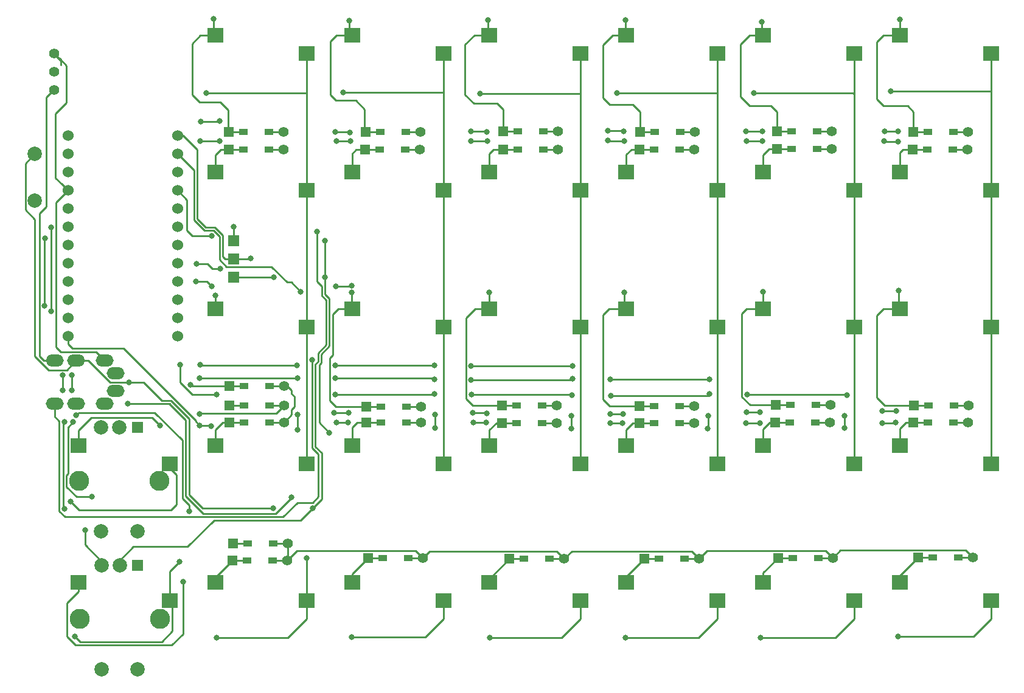
<source format=gbr>
G04 #@! TF.GenerationSoftware,KiCad,Pcbnew,(5.1.6-0-10_14)*
G04 #@! TF.CreationDate,2022-09-23T19:30:47+09:00*
G04 #@! TF.ProjectId,cool664,636f6f6c-3636-4342-9e6b-696361645f70,rev?*
G04 #@! TF.SameCoordinates,Original*
G04 #@! TF.FileFunction,Copper,L1,Top*
G04 #@! TF.FilePolarity,Positive*
%FSLAX46Y46*%
G04 Gerber Fmt 4.6, Leading zero omitted, Abs format (unit mm)*
G04 Created by KiCad (PCBNEW (5.1.6-0-10_14)) date 2022-09-23 19:30:47*
%MOMM*%
%LPD*%
G01*
G04 APERTURE LIST*
G04 #@! TA.AperFunction,ComponentPad*
%ADD10C,1.397000*%
G04 #@! TD*
G04 #@! TA.AperFunction,SMDPad,CuDef*
%ADD11R,1.524000X1.524000*%
G04 #@! TD*
G04 #@! TA.AperFunction,ComponentPad*
%ADD12C,2.000000*%
G04 #@! TD*
G04 #@! TA.AperFunction,ComponentPad*
%ADD13O,2.500000X1.700000*%
G04 #@! TD*
G04 #@! TA.AperFunction,ComponentPad*
%ADD14C,1.524000*%
G04 #@! TD*
G04 #@! TA.AperFunction,SMDPad,CuDef*
%ADD15R,1.300000X0.950000*%
G04 #@! TD*
G04 #@! TA.AperFunction,ComponentPad*
%ADD16R,1.397000X1.397000*%
G04 #@! TD*
G04 #@! TA.AperFunction,SMDPad,CuDef*
%ADD17R,2.300000X2.000000*%
G04 #@! TD*
G04 #@! TA.AperFunction,ComponentPad*
%ADD18C,2.800000*%
G04 #@! TD*
G04 #@! TA.AperFunction,ComponentPad*
%ADD19R,1.500000X1.500000*%
G04 #@! TD*
G04 #@! TA.AperFunction,ViaPad*
%ADD20C,0.800000*%
G04 #@! TD*
G04 #@! TA.AperFunction,Conductor*
%ADD21C,0.250000*%
G04 #@! TD*
G04 APERTURE END LIST*
D10*
X114420000Y-103410000D03*
X114420000Y-100870000D03*
X114420000Y-98330000D03*
D11*
X139410000Y-124410000D03*
X139410000Y-126950000D03*
X139410000Y-129490000D03*
D12*
X111740000Y-112350000D03*
X111740000Y-118850000D03*
D13*
X122990000Y-145350000D03*
X121490000Y-141150000D03*
X117490000Y-141150000D03*
X114490000Y-141150000D03*
X117490000Y-147100000D03*
X114490000Y-147100000D03*
X122990000Y-142900000D03*
X121490000Y-147100000D03*
D14*
X116371400Y-109822000D03*
X116371400Y-112362000D03*
X116371400Y-114902000D03*
X116371400Y-117442000D03*
X116371400Y-119982000D03*
X116371400Y-122522000D03*
X116371400Y-125062000D03*
X116371400Y-127602000D03*
X116371400Y-130142000D03*
X116371400Y-132682000D03*
X116371400Y-135222000D03*
X116371400Y-137762000D03*
X131591400Y-137762000D03*
X131591400Y-135222000D03*
X131591400Y-132682000D03*
X131591400Y-130142000D03*
X131591400Y-127602000D03*
X131591400Y-125062000D03*
X131591400Y-122522000D03*
X131591400Y-119982000D03*
X131591400Y-117442000D03*
X131591400Y-114902000D03*
X131591400Y-112362000D03*
X131591400Y-109822000D03*
D15*
X140775000Y-109250000D03*
D16*
X138740000Y-109250000D03*
D10*
X146360000Y-109250000D03*
D15*
X144325000Y-109250000D03*
X163355000Y-109250000D03*
D10*
X165390000Y-109250000D03*
D16*
X157770000Y-109250000D03*
D15*
X159805000Y-109250000D03*
X178965000Y-109160000D03*
D16*
X176930000Y-109160000D03*
D10*
X184550000Y-109160000D03*
D15*
X182515000Y-109160000D03*
X201515000Y-109250000D03*
D10*
X203550000Y-109250000D03*
D16*
X195930000Y-109250000D03*
D15*
X197965000Y-109250000D03*
X220595000Y-109230000D03*
D10*
X222630000Y-109230000D03*
D16*
X215010000Y-109230000D03*
D15*
X217045000Y-109230000D03*
X236045000Y-109250000D03*
D16*
X234010000Y-109250000D03*
D10*
X241630000Y-109250000D03*
D15*
X239595000Y-109250000D03*
X140795000Y-111750000D03*
D16*
X138760000Y-111750000D03*
D10*
X146380000Y-111750000D03*
D15*
X144345000Y-111750000D03*
X163245000Y-111770000D03*
D10*
X165280000Y-111770000D03*
D16*
X157660000Y-111770000D03*
D15*
X159695000Y-111770000D03*
X182525000Y-111730000D03*
D10*
X184560000Y-111730000D03*
D16*
X176940000Y-111730000D03*
D15*
X178975000Y-111730000D03*
X201455000Y-111730000D03*
D10*
X203490000Y-111730000D03*
D16*
X195870000Y-111730000D03*
D15*
X197905000Y-111730000D03*
X220615000Y-111640000D03*
D10*
X222650000Y-111640000D03*
D16*
X215030000Y-111640000D03*
D15*
X217065000Y-111640000D03*
X239485000Y-111740000D03*
D10*
X241520000Y-111740000D03*
D16*
X233900000Y-111740000D03*
D15*
X235935000Y-111740000D03*
X140885000Y-147380000D03*
D16*
X138850000Y-147380000D03*
D10*
X146470000Y-147380000D03*
D15*
X144435000Y-147380000D03*
X159905000Y-147550000D03*
D16*
X157870000Y-147550000D03*
D10*
X165490000Y-147550000D03*
D15*
X163455000Y-147550000D03*
X182335000Y-147410000D03*
D10*
X184370000Y-147410000D03*
D16*
X176750000Y-147410000D03*
D15*
X178785000Y-147410000D03*
X197905000Y-147490000D03*
D16*
X195870000Y-147490000D03*
D10*
X203490000Y-147490000D03*
D15*
X201455000Y-147490000D03*
X220465000Y-147340000D03*
D10*
X222500000Y-147340000D03*
D16*
X214880000Y-147340000D03*
D15*
X216915000Y-147340000D03*
X236125000Y-147390000D03*
D16*
X234090000Y-147390000D03*
D10*
X241710000Y-147390000D03*
D15*
X239675000Y-147390000D03*
X144375000Y-144640000D03*
D10*
X146410000Y-144640000D03*
D16*
X138790000Y-144640000D03*
D15*
X140825000Y-144640000D03*
X140835000Y-149750000D03*
D16*
X138800000Y-149750000D03*
D10*
X146420000Y-149750000D03*
D15*
X144385000Y-149750000D03*
X159905000Y-149730000D03*
D16*
X157870000Y-149730000D03*
D10*
X165490000Y-149730000D03*
D15*
X163455000Y-149730000D03*
X178785000Y-149820000D03*
D16*
X176750000Y-149820000D03*
D10*
X184370000Y-149820000D03*
D15*
X182335000Y-149820000D03*
X197885000Y-149840000D03*
D16*
X195850000Y-149840000D03*
D10*
X203470000Y-149840000D03*
D15*
X201435000Y-149840000D03*
X216815000Y-149770000D03*
D16*
X214780000Y-149770000D03*
D10*
X222400000Y-149770000D03*
D15*
X220365000Y-149770000D03*
X236055000Y-149760000D03*
D16*
X234020000Y-149760000D03*
D10*
X241640000Y-149760000D03*
D15*
X239605000Y-149760000D03*
X144895000Y-166580000D03*
D10*
X146930000Y-166580000D03*
D16*
X139310000Y-166580000D03*
D15*
X141345000Y-166580000D03*
X144845000Y-168940000D03*
D10*
X146880000Y-168940000D03*
D16*
X139260000Y-168940000D03*
D15*
X141295000Y-168940000D03*
X163725000Y-168600000D03*
D10*
X165760000Y-168600000D03*
D16*
X158140000Y-168600000D03*
D15*
X160175000Y-168600000D03*
X179835000Y-168750000D03*
D16*
X177800000Y-168750000D03*
D10*
X185420000Y-168750000D03*
D15*
X183385000Y-168750000D03*
X202145000Y-168700000D03*
D10*
X204180000Y-168700000D03*
D16*
X196560000Y-168700000D03*
D15*
X198595000Y-168700000D03*
X217195000Y-168600000D03*
D16*
X215160000Y-168600000D03*
D10*
X222780000Y-168600000D03*
D15*
X220745000Y-168600000D03*
X240235000Y-168550000D03*
D10*
X242270000Y-168550000D03*
D16*
X234650000Y-168550000D03*
D15*
X236685000Y-168550000D03*
D17*
X136880000Y-95820000D03*
X149580000Y-98360000D03*
X155930000Y-95820000D03*
X168630000Y-98360000D03*
X174980000Y-95820000D03*
X187680000Y-98360000D03*
X194030000Y-95820000D03*
X206730000Y-98360000D03*
X213080000Y-95820000D03*
X225780000Y-98360000D03*
X244830000Y-98360000D03*
X232130000Y-95820000D03*
X149580000Y-117410000D03*
X136880000Y-114870000D03*
X168630000Y-117410000D03*
X155930000Y-114870000D03*
X187680000Y-117410000D03*
X174980000Y-114870000D03*
X194030000Y-114870000D03*
X206730000Y-117410000D03*
X225780000Y-117410000D03*
X213080000Y-114870000D03*
X244830000Y-117410000D03*
X232130000Y-114870000D03*
X136880000Y-133920000D03*
X149580000Y-136460000D03*
X168630000Y-136460000D03*
X155930000Y-133920000D03*
X187680000Y-136460000D03*
X174980000Y-133920000D03*
X206730000Y-136460000D03*
X194030000Y-133920000D03*
X225780000Y-136460000D03*
X213080000Y-133920000D03*
X244830000Y-136460000D03*
X232130000Y-133920000D03*
X117830000Y-152970000D03*
X130530000Y-155510000D03*
X149580000Y-155510000D03*
X136880000Y-152970000D03*
X155930000Y-152970000D03*
X168630000Y-155510000D03*
X187680000Y-155510000D03*
X174980000Y-152970000D03*
X194030000Y-152970000D03*
X206730000Y-155510000D03*
X225780000Y-155510000D03*
X213080000Y-152970000D03*
X232130000Y-152970000D03*
X244830000Y-155510000D03*
X130530000Y-174560000D03*
X117830000Y-172020000D03*
X136880000Y-172020000D03*
X149580000Y-174560000D03*
X168630000Y-174560000D03*
X155930000Y-172020000D03*
X174980000Y-172020000D03*
X187680000Y-174560000D03*
X194030000Y-172020000D03*
X206730000Y-174560000D03*
X213080000Y-172020000D03*
X225780000Y-174560000D03*
X232130000Y-172020000D03*
X244830000Y-174560000D03*
D12*
X120990000Y-164920000D03*
X125990000Y-164920000D03*
D18*
X117890000Y-157920000D03*
X129090000Y-157920000D03*
D12*
X120990000Y-150420000D03*
X123490000Y-150420000D03*
D19*
X125990000Y-150420000D03*
X126060000Y-169630000D03*
D12*
X123560000Y-169630000D03*
X121060000Y-169630000D03*
D18*
X129160000Y-177130000D03*
X117960000Y-177130000D03*
D12*
X126060000Y-184130000D03*
X121060000Y-184130000D03*
D20*
X136630000Y-93565973D03*
X155490000Y-93770000D03*
X174770000Y-93690000D03*
X193970000Y-93690000D03*
X212900000Y-94000000D03*
X232150000Y-93630000D03*
X136880000Y-132050000D03*
X155830000Y-131670000D03*
X175000000Y-131610000D03*
X193730000Y-131640000D03*
X213040000Y-131530000D03*
X231940000Y-131360000D03*
X129160000Y-150180000D03*
X133365858Y-144544142D03*
X148280000Y-148670000D03*
X148280000Y-150780000D03*
X167430000Y-148670000D03*
X167430000Y-150510000D03*
X186380000Y-148830000D03*
X186380000Y-150610000D03*
X205420000Y-148850000D03*
X205360000Y-150565000D03*
X224430000Y-148800000D03*
X224430000Y-150495000D03*
X153530000Y-109280000D03*
X155600000Y-109330000D03*
X172460000Y-109200000D03*
X174640000Y-109300000D03*
X191510000Y-109100000D03*
X193710000Y-109160000D03*
X210720000Y-109240000D03*
X212970000Y-109210000D03*
X230000000Y-109180000D03*
X231850000Y-109210000D03*
X134855000Y-107810000D03*
X137480000Y-107780000D03*
X231840000Y-110610000D03*
X229930000Y-110580000D03*
X212990000Y-110560000D03*
X210780000Y-110560000D03*
X193740000Y-110530000D03*
X191520000Y-110500000D03*
X174720000Y-110560000D03*
X172470000Y-110540000D03*
X155640000Y-110590000D03*
X153750000Y-110590000D03*
X134790000Y-110540000D03*
X137450000Y-110540000D03*
X134640000Y-148540000D03*
X153400000Y-148390000D03*
X155420000Y-148390000D03*
X172710000Y-148420000D03*
X174670000Y-148480000D03*
X191830000Y-148610000D03*
X193590000Y-148580000D03*
X210760000Y-148290000D03*
X212630000Y-148290000D03*
X229690000Y-148170000D03*
X231600000Y-148170000D03*
X134710000Y-150180000D03*
X136305000Y-150280000D03*
X153740000Y-149740000D03*
X155355000Y-149740000D03*
X172740000Y-149720000D03*
X174520000Y-149720000D03*
X191800000Y-149800000D03*
X193520000Y-149800000D03*
X210710000Y-149840000D03*
X212610000Y-149880000D03*
X229680000Y-149830000D03*
X231555000Y-149770000D03*
X147420000Y-160200000D03*
X152735000Y-151170000D03*
X124650000Y-147130000D03*
X152090000Y-124400000D03*
X144990000Y-129510000D03*
X152120010Y-129499990D03*
X144920000Y-161710000D03*
X150400000Y-161670000D03*
X150990000Y-123170000D03*
X116880000Y-143120000D03*
X116880000Y-145230000D03*
X124884990Y-144174990D03*
X136369142Y-123800858D03*
X139410000Y-122500000D03*
X148740000Y-131515000D03*
X150320000Y-141020000D03*
X115630000Y-143155000D03*
X115610000Y-145260000D03*
X141740000Y-126910000D03*
X135580000Y-103840000D03*
X137070000Y-179750000D03*
X149590000Y-168630000D03*
X154630000Y-103810000D03*
X134220000Y-127620000D03*
X137550000Y-128310000D03*
X155850000Y-179680000D03*
X173680000Y-103950000D03*
X134180000Y-130140000D03*
X136330000Y-130790000D03*
X153610000Y-130790000D03*
X155795929Y-130670579D03*
X175070000Y-179740000D03*
X192730000Y-103890000D03*
X134750000Y-141710000D03*
X148250000Y-141790000D03*
X153515000Y-141790000D03*
X167340000Y-141790000D03*
X172455000Y-141850000D03*
X186610000Y-141880000D03*
X193900000Y-179750000D03*
X211780000Y-103890000D03*
X134700000Y-143540000D03*
X148290000Y-143600000D03*
X153515000Y-143560000D03*
X167350000Y-143730000D03*
X172455000Y-143860000D03*
X186590000Y-143670000D03*
X191830000Y-143740000D03*
X205630000Y-143740000D03*
X212770000Y-179750000D03*
X230830000Y-103650000D03*
X153515000Y-145870000D03*
X167340000Y-145810000D03*
X172490000Y-145870000D03*
X186520000Y-145950000D03*
X191930000Y-146040000D03*
X205590000Y-145790000D03*
X210870000Y-145840000D03*
X224720000Y-145940000D03*
X131970000Y-141740000D03*
X137040000Y-145820000D03*
X231890000Y-179560000D03*
X116680000Y-160720000D03*
X117290000Y-179570000D03*
X131880000Y-169110000D03*
X113970000Y-134220000D03*
X113990000Y-122580000D03*
X113115000Y-133510000D03*
X113170000Y-124100000D03*
X117520000Y-148770000D03*
X133260000Y-162130000D03*
X132350000Y-171970000D03*
X115875010Y-149649003D03*
X115875010Y-161770000D03*
X119700000Y-160120000D03*
X117068779Y-149662414D03*
X118740000Y-164770000D03*
D21*
X138740000Y-109250000D02*
X140775000Y-109250000D01*
X138640000Y-106250000D02*
X138640000Y-109150000D01*
X137540000Y-105150000D02*
X138640000Y-106250000D01*
X133610000Y-97000000D02*
X133610000Y-104090000D01*
X133610000Y-104090000D02*
X134670000Y-105150000D01*
X138640000Y-109150000D02*
X138740000Y-109250000D01*
X134670000Y-105150000D02*
X137540000Y-105150000D01*
X134790000Y-95820000D02*
X133610000Y-97000000D01*
X136880000Y-95820000D02*
X134790000Y-95820000D01*
X136630000Y-95570000D02*
X136880000Y-95820000D01*
X136630000Y-93565973D02*
X136630000Y-95570000D01*
X157770000Y-109250000D02*
X159805000Y-109250000D01*
X155930000Y-95820000D02*
X153730000Y-95820000D01*
X153730000Y-95820000D02*
X152900000Y-96650000D01*
X152900000Y-96650000D02*
X152900000Y-104130000D01*
X152900000Y-104130000D02*
X153670000Y-104900000D01*
X153670000Y-104900000D02*
X156400000Y-104900000D01*
X156400000Y-104900000D02*
X157650000Y-106150000D01*
X157650000Y-109130000D02*
X157770000Y-109250000D01*
X157650000Y-106150000D02*
X157650000Y-109130000D01*
X155490000Y-95380000D02*
X155930000Y-95820000D01*
X155490000Y-93770000D02*
X155490000Y-95380000D01*
X174980000Y-95820000D02*
X172920000Y-95820000D01*
X172920000Y-95820000D02*
X171610000Y-97130000D01*
X171610000Y-97130000D02*
X171610000Y-104100000D01*
X171610000Y-104100000D02*
X172850000Y-105340000D01*
X172850000Y-105340000D02*
X176080000Y-105340000D01*
X176930000Y-106190000D02*
X176930000Y-109160000D01*
X176080000Y-105340000D02*
X176930000Y-106190000D01*
X174770000Y-95610000D02*
X174980000Y-95820000D01*
X174770000Y-93690000D02*
X174770000Y-95610000D01*
X178965000Y-109160000D02*
X176930000Y-109160000D01*
X195930000Y-106480000D02*
X195930000Y-109250000D01*
X194940000Y-105490000D02*
X195930000Y-106480000D01*
X190760000Y-104530000D02*
X191720000Y-105490000D01*
X192140000Y-95820000D02*
X190760000Y-97200000D01*
X191720000Y-105490000D02*
X194940000Y-105490000D01*
X190760000Y-97200000D02*
X190760000Y-104530000D01*
X194030000Y-95820000D02*
X192140000Y-95820000D01*
X193970000Y-95760000D02*
X194030000Y-95820000D01*
X193970000Y-93690000D02*
X193970000Y-95760000D01*
X197965000Y-109250000D02*
X195930000Y-109250000D01*
X214160000Y-105620000D02*
X215010000Y-106470000D01*
X211190000Y-105620000D02*
X214160000Y-105620000D01*
X211210000Y-95820000D02*
X209940000Y-97090000D01*
X209940000Y-104370000D02*
X211190000Y-105620000D01*
X209940000Y-97090000D02*
X209940000Y-104370000D01*
X215010000Y-106470000D02*
X215010000Y-109230000D01*
X213080000Y-95820000D02*
X211210000Y-95820000D01*
X212900000Y-95640000D02*
X213080000Y-95820000D01*
X212900000Y-94000000D02*
X212900000Y-95640000D01*
X217045000Y-109230000D02*
X215010000Y-109230000D01*
X232130000Y-95820000D02*
X229840000Y-95820000D01*
X229840000Y-95820000D02*
X228890000Y-96770000D01*
X228890000Y-96770000D02*
X228890000Y-104750000D01*
X228890000Y-104750000D02*
X229820000Y-105680000D01*
X229820000Y-105680000D02*
X233200000Y-105680000D01*
X234010000Y-106490000D02*
X234010000Y-109250000D01*
X233200000Y-105680000D02*
X234010000Y-106490000D01*
X232130000Y-93650000D02*
X232150000Y-93630000D01*
X232130000Y-95820000D02*
X232130000Y-93650000D01*
X234010000Y-109250000D02*
X236045000Y-109250000D01*
X138760000Y-111750000D02*
X140795000Y-111750000D01*
X138760000Y-111750000D02*
X137590000Y-111750000D01*
X136880000Y-112460000D02*
X136880000Y-114870000D01*
X137590000Y-111750000D02*
X136880000Y-112460000D01*
X159695000Y-111770000D02*
X157660000Y-111770000D01*
X157660000Y-111770000D02*
X156450000Y-111770000D01*
X155930000Y-112290000D02*
X155930000Y-114870000D01*
X156450000Y-111770000D02*
X155930000Y-112290000D01*
X176940000Y-111730000D02*
X178975000Y-111730000D01*
X176940000Y-111730000D02*
X175580000Y-111730000D01*
X174980000Y-112330000D02*
X174980000Y-114870000D01*
X175580000Y-111730000D02*
X174980000Y-112330000D01*
X195870000Y-111730000D02*
X197905000Y-111730000D01*
X194030000Y-114870000D02*
X194030000Y-112450000D01*
X194750000Y-111730000D02*
X195870000Y-111730000D01*
X194030000Y-112450000D02*
X194750000Y-111730000D01*
X215030000Y-111640000D02*
X217065000Y-111640000D01*
X213080000Y-114870000D02*
X213080000Y-112490000D01*
X213930000Y-111640000D02*
X215030000Y-111640000D01*
X213080000Y-112490000D02*
X213930000Y-111640000D01*
X235935000Y-111740000D02*
X233900000Y-111740000D01*
X232130000Y-114870000D02*
X232130000Y-112150000D01*
X232540000Y-111740000D02*
X233900000Y-111740000D01*
X232130000Y-112150000D02*
X232540000Y-111740000D01*
X138850000Y-147380000D02*
X140885000Y-147380000D01*
X136880000Y-133920000D02*
X136880000Y-132050000D01*
X157870000Y-147550000D02*
X159905000Y-147550000D01*
X155830000Y-133820000D02*
X155930000Y-133920000D01*
X155830000Y-131670000D02*
X155830000Y-133820000D01*
X154000000Y-133920000D02*
X155930000Y-133920000D01*
X152790000Y-140760000D02*
X153205000Y-140345000D01*
X153205000Y-140345000D02*
X153205000Y-134715000D01*
X152790000Y-146730000D02*
X152790000Y-140760000D01*
X153610000Y-147550000D02*
X152790000Y-146730000D01*
X153205000Y-134715000D02*
X154000000Y-133920000D01*
X157870000Y-147550000D02*
X153610000Y-147550000D01*
X176750000Y-147410000D02*
X178785000Y-147410000D01*
X174980000Y-131630000D02*
X175000000Y-131610000D01*
X174980000Y-133920000D02*
X174980000Y-131630000D01*
X174980000Y-133920000D02*
X172990000Y-133920000D01*
X172990000Y-133920000D02*
X171730000Y-135180000D01*
X171730000Y-135180000D02*
X171730000Y-146450000D01*
X172690000Y-147410000D02*
X176750000Y-147410000D01*
X171730000Y-146450000D02*
X172690000Y-147410000D01*
X197905000Y-147490000D02*
X195870000Y-147490000D01*
X193730000Y-133620000D02*
X194030000Y-133920000D01*
X193730000Y-131640000D02*
X193730000Y-133620000D01*
X191650000Y-133920000D02*
X190780000Y-134790000D01*
X194030000Y-133920000D02*
X191650000Y-133920000D01*
X191700000Y-147470000D02*
X190780000Y-146550000D01*
X191700000Y-147490000D02*
X191700000Y-147470000D01*
X190780000Y-134790000D02*
X190780000Y-146550000D01*
X191700000Y-147490000D02*
X195870000Y-147490000D01*
X214880000Y-147340000D02*
X216915000Y-147340000D01*
X213080000Y-131570000D02*
X213040000Y-131530000D01*
X213080000Y-133920000D02*
X213080000Y-131570000D01*
X213080000Y-133920000D02*
X210800000Y-133920000D01*
X210800000Y-133920000D02*
X210140000Y-134580000D01*
X210140000Y-134580000D02*
X210140000Y-146160000D01*
X211320000Y-147340000D02*
X214880000Y-147340000D01*
X210140000Y-146160000D02*
X211320000Y-147340000D01*
X234090000Y-147390000D02*
X236125000Y-147390000D01*
X231940000Y-133730000D02*
X232130000Y-133920000D01*
X231940000Y-131360000D02*
X231940000Y-133730000D01*
X232130000Y-133920000D02*
X229820000Y-133920000D01*
X229820000Y-133920000D02*
X228860000Y-134880000D01*
X228860000Y-134880000D02*
X228860000Y-146250000D01*
X230000000Y-147390000D02*
X234090000Y-147390000D01*
X228860000Y-146250000D02*
X230000000Y-147390000D01*
X117820000Y-152960000D02*
X117830000Y-152970000D01*
X117820000Y-150830000D02*
X117820000Y-152960000D01*
X128074999Y-149094999D02*
X129160000Y-150180000D01*
X119555001Y-149094999D02*
X128074999Y-149094999D01*
X117820000Y-150830000D02*
X119555001Y-149094999D01*
X138790000Y-144640000D02*
X140825000Y-144640000D01*
X133461716Y-144640000D02*
X133365858Y-144544142D01*
X138790000Y-144640000D02*
X133461716Y-144640000D01*
X140835000Y-149750000D02*
X138800000Y-149750000D01*
X136880000Y-152970000D02*
X136880000Y-150790000D01*
X137920000Y-149750000D02*
X138800000Y-149750000D01*
X136880000Y-150790000D02*
X137920000Y-149750000D01*
X148280000Y-148670000D02*
X148280000Y-150780000D01*
X159905000Y-149730000D02*
X157870000Y-149730000D01*
X155930000Y-152970000D02*
X155930000Y-150390000D01*
X156590000Y-149730000D02*
X157870000Y-149730000D01*
X155930000Y-150390000D02*
X156590000Y-149730000D01*
X167430000Y-148670000D02*
X167430000Y-150510000D01*
X178785000Y-149820000D02*
X176750000Y-149820000D01*
X174980000Y-152970000D02*
X174980000Y-150790000D01*
X175950000Y-149820000D02*
X176750000Y-149820000D01*
X174980000Y-150790000D02*
X175950000Y-149820000D01*
X186380000Y-148830000D02*
X186380000Y-150610000D01*
X195850000Y-149840000D02*
X197885000Y-149840000D01*
X194030000Y-152970000D02*
X194030000Y-150750000D01*
X194940000Y-149840000D02*
X195850000Y-149840000D01*
X194030000Y-150750000D02*
X194940000Y-149840000D01*
X205420000Y-150505000D02*
X205360000Y-150565000D01*
X205420000Y-148850000D02*
X205420000Y-150505000D01*
X216815000Y-149770000D02*
X214780000Y-149770000D01*
X213080000Y-152970000D02*
X213080000Y-150680000D01*
X213990000Y-149770000D02*
X214780000Y-149770000D01*
X213080000Y-150680000D02*
X213990000Y-149770000D01*
X224430000Y-148800000D02*
X224430000Y-150495000D01*
X236055000Y-149760000D02*
X234020000Y-149760000D01*
X234020000Y-149760000D02*
X232980000Y-149760000D01*
X232130000Y-150610000D02*
X232130000Y-152970000D01*
X232980000Y-149760000D02*
X232130000Y-150610000D01*
X144325000Y-109250000D02*
X146360000Y-109250000D01*
X163355000Y-109250000D02*
X165390000Y-109250000D01*
X239595000Y-109250000D02*
X241630000Y-109250000D01*
X220595000Y-109230000D02*
X222630000Y-109230000D01*
X203550000Y-109250000D02*
X201515000Y-109250000D01*
X184550000Y-109160000D02*
X182515000Y-109160000D01*
X155550000Y-109280000D02*
X155600000Y-109330000D01*
X153530000Y-109280000D02*
X155550000Y-109280000D01*
X174540000Y-109200000D02*
X174640000Y-109300000D01*
X172460000Y-109200000D02*
X174540000Y-109200000D01*
X193650000Y-109100000D02*
X193710000Y-109160000D01*
X191510000Y-109100000D02*
X193650000Y-109100000D01*
X212940000Y-109240000D02*
X212970000Y-109210000D01*
X210720000Y-109240000D02*
X212940000Y-109240000D01*
X231820000Y-109180000D02*
X231850000Y-109210000D01*
X230000000Y-109180000D02*
X231820000Y-109180000D01*
X137450000Y-107810000D02*
X137480000Y-107780000D01*
X134855000Y-107810000D02*
X137450000Y-107810000D01*
X144345000Y-111750000D02*
X146380000Y-111750000D01*
X163245000Y-111770000D02*
X165280000Y-111770000D01*
X241520000Y-111740000D02*
X239485000Y-111740000D01*
X222650000Y-111640000D02*
X220615000Y-111640000D01*
X201455000Y-111730000D02*
X203490000Y-111730000D01*
X182525000Y-111730000D02*
X184560000Y-111730000D01*
X229960000Y-110610000D02*
X229930000Y-110580000D01*
X231840000Y-110610000D02*
X229960000Y-110610000D01*
X212990000Y-110560000D02*
X210780000Y-110560000D01*
X191550000Y-110530000D02*
X191520000Y-110500000D01*
X193740000Y-110530000D02*
X191550000Y-110530000D01*
X172490000Y-110560000D02*
X172470000Y-110540000D01*
X174720000Y-110560000D02*
X172490000Y-110560000D01*
X155640000Y-110590000D02*
X153750000Y-110590000D01*
X134790000Y-110540000D02*
X137450000Y-110540000D01*
X239675000Y-147390000D02*
X241710000Y-147390000D01*
X220465000Y-147340000D02*
X222500000Y-147340000D01*
X203490000Y-147490000D02*
X201455000Y-147490000D01*
X184370000Y-147410000D02*
X182335000Y-147410000D01*
X165490000Y-147550000D02*
X163455000Y-147550000D01*
X144435000Y-147380000D02*
X146470000Y-147380000D01*
X153400000Y-148390000D02*
X155420000Y-148390000D01*
X174610000Y-148420000D02*
X174670000Y-148480000D01*
X172710000Y-148420000D02*
X174610000Y-148420000D01*
X193560000Y-148610000D02*
X193590000Y-148580000D01*
X191830000Y-148610000D02*
X193560000Y-148610000D01*
X210760000Y-148290000D02*
X212630000Y-148290000D01*
X229690000Y-148170000D02*
X231600000Y-148170000D01*
X134690000Y-148490000D02*
X134640000Y-148540000D01*
X145360000Y-148490000D02*
X136730000Y-148490000D01*
X146470000Y-147380000D02*
X145360000Y-148490000D01*
X136730000Y-148490000D02*
X134690000Y-148490000D01*
X137140000Y-148490000D02*
X136730000Y-148490000D01*
X241640000Y-149760000D02*
X239605000Y-149760000D01*
X222400000Y-149770000D02*
X220365000Y-149770000D01*
X201435000Y-149840000D02*
X203470000Y-149840000D01*
X182335000Y-149820000D02*
X184370000Y-149820000D01*
X163455000Y-149730000D02*
X165490000Y-149730000D01*
X146420000Y-149750000D02*
X144385000Y-149750000D01*
X136205000Y-150180000D02*
X136305000Y-150280000D01*
X134710000Y-150180000D02*
X136205000Y-150180000D01*
X153740000Y-149740000D02*
X155355000Y-149740000D01*
X172740000Y-149720000D02*
X174520000Y-149720000D01*
X191800000Y-149800000D02*
X193520000Y-149800000D01*
X212570000Y-149840000D02*
X212610000Y-149880000D01*
X210710000Y-149840000D02*
X212570000Y-149840000D01*
X231495000Y-149830000D02*
X231555000Y-149770000D01*
X229680000Y-149830000D02*
X231495000Y-149830000D01*
X146410000Y-144640000D02*
X144375000Y-144640000D01*
X147493501Y-145746499D02*
X147493501Y-145283501D01*
X147880000Y-146132998D02*
X147493501Y-145746499D01*
X147493501Y-145283501D02*
X146850000Y-144640000D01*
X147880000Y-147560000D02*
X147880000Y-146132998D01*
X146420000Y-149750000D02*
X147493501Y-148676499D01*
X147493501Y-147946499D02*
X147880000Y-147560000D01*
X146850000Y-144640000D02*
X146410000Y-144640000D01*
X147493501Y-148676499D02*
X147493501Y-147946499D01*
X116371400Y-138839630D02*
X116371400Y-137762000D01*
X124062830Y-139450010D02*
X116981780Y-139450010D01*
X134150000Y-149537180D02*
X124062830Y-139450010D01*
X116981780Y-139450010D02*
X116371400Y-138839630D01*
X134150000Y-149620000D02*
X134150000Y-149537180D01*
X134710000Y-150180000D02*
X134150000Y-149620000D01*
X121414990Y-141225010D02*
X121490000Y-141150000D01*
X114360000Y-98350000D02*
X115383501Y-99373501D01*
X120240020Y-139900020D02*
X121490000Y-141150000D01*
X130470000Y-147130000D02*
X130695000Y-147355000D01*
X124650000Y-147130000D02*
X130470000Y-147130000D01*
X130490000Y-147150000D02*
X130695000Y-147355000D01*
X115263300Y-118526700D02*
X114715000Y-119075000D01*
X115286700Y-118526700D02*
X115263300Y-118526700D01*
X115286700Y-118526700D02*
X116371400Y-117442000D01*
X119149980Y-139900020D02*
X115330020Y-139900020D01*
X116795380Y-139900020D02*
X119149980Y-139900020D01*
X119149980Y-139900020D02*
X120240020Y-139900020D01*
X114715000Y-139285000D02*
X114715000Y-138535000D01*
X115330020Y-139900020D02*
X114715000Y-139285000D01*
X114715000Y-138535000D02*
X114715000Y-119075000D01*
X114715000Y-139005000D02*
X114715000Y-138535000D01*
X152740000Y-132510000D02*
X152120010Y-131890010D01*
X151590000Y-140250000D02*
X152740000Y-139100000D01*
X151350000Y-141699412D02*
X151590000Y-141459412D01*
X152740000Y-139100000D02*
X152740000Y-132510000D01*
X151590000Y-141459412D02*
X151590000Y-140250000D01*
X151350000Y-149785000D02*
X151350000Y-141699412D01*
X152735000Y-151170000D02*
X151350000Y-149785000D01*
X115383501Y-99293501D02*
X115383501Y-99946499D01*
X115383501Y-99373501D02*
X115383501Y-99946499D01*
X145268001Y-162435001D02*
X147420000Y-160283002D01*
X147420000Y-160283002D02*
X147420000Y-160200000D01*
X135205001Y-162435001D02*
X145268001Y-162435001D01*
X132749991Y-159979991D02*
X135205001Y-162435001D01*
X132749990Y-149409990D02*
X132749991Y-159979991D01*
X130695000Y-147355000D02*
X132749990Y-149409990D01*
X152120010Y-130603600D02*
X152120010Y-131890010D01*
X152120010Y-124430010D02*
X152090000Y-124400000D01*
X144970000Y-129490000D02*
X144990000Y-129510000D01*
X139410000Y-129490000D02*
X144970000Y-129490000D01*
X152120010Y-129499990D02*
X152120010Y-124430010D01*
X152120010Y-131890010D02*
X152120010Y-129499990D01*
X114420000Y-98330000D02*
X115250000Y-99160000D01*
X115250000Y-99160000D02*
X115383501Y-99293501D01*
X114640000Y-106750000D02*
X114640000Y-115710600D01*
X116150000Y-100060000D02*
X116150000Y-105240000D01*
X114640000Y-115710600D02*
X115519700Y-116590300D01*
X115519700Y-116590300D02*
X116371400Y-117442000D01*
X115284399Y-116354999D02*
X115519700Y-116590300D01*
X116150000Y-105240000D02*
X114640000Y-106750000D01*
X115250000Y-99160000D02*
X116150000Y-100060000D01*
X139420000Y-124420000D02*
X139410000Y-124430000D01*
X131812000Y-117442000D02*
X131591400Y-117442000D01*
X132920000Y-118770600D02*
X131591400Y-117442000D01*
X116880000Y-143120000D02*
X116880000Y-145230000D01*
X117490000Y-141150000D02*
X119178285Y-141150000D01*
X119178285Y-141150000D02*
X122203275Y-144174990D01*
X122203275Y-144174990D02*
X123164990Y-144174990D01*
X124884990Y-144174990D02*
X123164990Y-144174990D01*
X116210000Y-142430000D02*
X117490000Y-141150000D01*
X111764999Y-121435001D02*
X111764999Y-140561409D01*
X110414999Y-113675001D02*
X110414999Y-120085001D01*
X111764999Y-140561409D02*
X113633590Y-142430000D01*
X113633590Y-142430000D02*
X116210000Y-142430000D01*
X110414999Y-120085001D02*
X111764999Y-121435001D01*
X111740000Y-112350000D02*
X110414999Y-113675001D01*
X132950000Y-148973590D02*
X133200000Y-149223590D01*
X130656400Y-146679990D02*
X129389990Y-146679990D01*
X133200000Y-149223590D02*
X130656400Y-146679990D01*
X126884990Y-144174990D02*
X126585010Y-144174990D01*
X129389990Y-146679990D02*
X126884990Y-144174990D01*
X126585010Y-144174990D02*
X124884990Y-144174990D01*
X151660010Y-160409990D02*
X150400000Y-161670000D01*
X150990000Y-123170000D02*
X150990000Y-130110000D01*
X151670001Y-130790001D02*
X151670001Y-132076411D01*
X151660010Y-154003600D02*
X151660010Y-160409990D01*
X150770010Y-141642992D02*
X150770010Y-153113600D01*
X151139991Y-141273011D02*
X150770010Y-141642992D01*
X151139991Y-140063599D02*
X151139991Y-141273011D01*
X151670001Y-132076411D02*
X152289990Y-132696400D01*
X152289990Y-132696400D02*
X152289990Y-138913600D01*
X152289990Y-138913600D02*
X151139991Y-140063599D01*
X150990000Y-130110000D02*
X151670001Y-130790001D01*
X150770010Y-153113600D02*
X151660010Y-154003600D01*
X138940000Y-161710000D02*
X144920000Y-161710000D01*
X135116410Y-161710000D02*
X138940000Y-161710000D01*
X133200000Y-159793590D02*
X135116410Y-161710000D01*
X133200000Y-149223590D02*
X133200000Y-159793590D01*
X133690858Y-123800858D02*
X132920000Y-123030000D01*
X132920000Y-123030000D02*
X132920000Y-118770600D01*
X136369142Y-123800858D02*
X133690858Y-123800858D01*
X139410000Y-124410000D02*
X139410000Y-122500000D01*
X123560000Y-169630000D02*
X123560000Y-168950000D01*
X123560000Y-168950000D02*
X125460000Y-167050000D01*
X125460000Y-167050000D02*
X133010000Y-167050000D01*
X133010000Y-167050000D02*
X136670000Y-163390000D01*
X148719990Y-163350010D02*
X150400000Y-161670000D01*
X145389990Y-163350010D02*
X148719990Y-163350010D01*
X145350000Y-163390000D02*
X145389990Y-163350010D01*
X136670000Y-163390000D02*
X145350000Y-163390000D01*
X115630000Y-145240000D02*
X115610000Y-145260000D01*
X115630000Y-143155000D02*
X115630000Y-145240000D01*
X112390000Y-120630000D02*
X113336499Y-119683501D01*
X112390000Y-140550000D02*
X112390000Y-120630000D01*
X112990000Y-141150000D02*
X112390000Y-140550000D01*
X113336499Y-104453501D02*
X114360000Y-103430000D01*
X114490000Y-141150000D02*
X112990000Y-141150000D01*
X113336499Y-104493501D02*
X113336499Y-104706499D01*
X114420000Y-103410000D02*
X113336499Y-104493501D01*
X113336499Y-104706499D02*
X113336499Y-104453501D01*
X113336499Y-119683501D02*
X113336499Y-104706499D01*
X147455000Y-130230000D02*
X148740000Y-131515000D01*
X137419991Y-127088993D02*
X138387999Y-128057001D01*
X144667001Y-128057001D02*
X146840000Y-130230000D01*
X137419990Y-123826400D02*
X137419991Y-127088993D01*
X135343600Y-123020010D02*
X136613600Y-123020010D01*
X133885001Y-121561411D02*
X135343600Y-123020010D01*
X146840000Y-130230000D02*
X147455000Y-130230000D01*
X138387999Y-128057001D02*
X144667001Y-128057001D01*
X136613600Y-123020010D02*
X137419990Y-123826400D01*
X133885000Y-114655600D02*
X133885001Y-121561411D01*
X131591400Y-112362000D02*
X133885000Y-114655600D01*
X150320000Y-153300000D02*
X150320000Y-141020000D01*
X151210000Y-154190000D02*
X150320000Y-153300000D01*
X146290000Y-162900000D02*
X148270000Y-160920000D01*
X115150010Y-162120010D02*
X115930000Y-162900000D01*
X151210000Y-160120000D02*
X151210000Y-154190000D01*
X115930000Y-162900000D02*
X146290000Y-162900000D01*
X150410000Y-160920000D02*
X151210000Y-160120000D01*
X115150010Y-149584311D02*
X115150010Y-162120010D01*
X114490000Y-148924301D02*
X115150010Y-149584311D01*
X148270000Y-160920000D02*
X150410000Y-160920000D01*
X114490000Y-147100000D02*
X114490000Y-148924301D01*
X141680000Y-126970000D02*
X141740000Y-126910000D01*
X139410000Y-126970000D02*
X141680000Y-126970000D01*
X132392000Y-109822000D02*
X131591400Y-109822000D01*
X134335010Y-111765010D02*
X132392000Y-109822000D01*
X134335010Y-121375010D02*
X134335010Y-111765010D01*
X135530000Y-122570000D02*
X134335010Y-121375010D01*
X139410000Y-126970000D02*
X138230000Y-126970000D01*
X137870000Y-126610000D02*
X137870000Y-123640000D01*
X136800000Y-122570000D02*
X135530000Y-122570000D01*
X138230000Y-126970000D02*
X137870000Y-126610000D01*
X137870000Y-123640000D02*
X136800000Y-122570000D01*
X149580000Y-117410000D02*
X149580000Y-136460000D01*
X149580000Y-136460000D02*
X149580000Y-155510000D01*
X135580000Y-103840000D02*
X149560000Y-103840000D01*
X149560000Y-103840000D02*
X149580000Y-103820000D01*
X149580000Y-103820000D02*
X149580000Y-117410000D01*
X149580000Y-98360000D02*
X149580000Y-103820000D01*
X146937002Y-179750000D02*
X149580000Y-177107002D01*
X149580000Y-177107002D02*
X149580000Y-174560000D01*
X137070000Y-179750000D02*
X146937002Y-179750000D01*
X149580000Y-168640000D02*
X149590000Y-168630000D01*
X149580000Y-174560000D02*
X149580000Y-168640000D01*
X168630000Y-117410000D02*
X168630000Y-136460000D01*
X168630000Y-136460000D02*
X168630000Y-155510000D01*
X168590000Y-103810000D02*
X168630000Y-103770000D01*
X168630000Y-103770000D02*
X168630000Y-117410000D01*
X154630000Y-103810000D02*
X168590000Y-103810000D01*
X168630000Y-98360000D02*
X168630000Y-103770000D01*
X135730000Y-127620000D02*
X136440000Y-128330000D01*
X134220000Y-127620000D02*
X135730000Y-127620000D01*
X137530000Y-128330000D02*
X137550000Y-128310000D01*
X136440000Y-128330000D02*
X137530000Y-128330000D01*
X168630000Y-177107002D02*
X168630000Y-174560000D01*
X166057002Y-179680000D02*
X168630000Y-177107002D01*
X155850000Y-179680000D02*
X166057002Y-179680000D01*
X187680000Y-117410000D02*
X187680000Y-136460000D01*
X187680000Y-136460000D02*
X187680000Y-155510000D01*
X173680000Y-103950000D02*
X187610000Y-103950000D01*
X187610000Y-103950000D02*
X187680000Y-103880000D01*
X187680000Y-103880000D02*
X187680000Y-117410000D01*
X187680000Y-98360000D02*
X187680000Y-103880000D01*
X134180000Y-130140000D02*
X135670000Y-130140000D01*
X136320000Y-130790000D02*
X136330000Y-130790000D01*
X135670000Y-130140000D02*
X136320000Y-130790000D01*
X155676508Y-130790000D02*
X155795929Y-130670579D01*
X153610000Y-130790000D02*
X155676508Y-130790000D01*
X187680000Y-177107002D02*
X187680000Y-174560000D01*
X185047002Y-179740000D02*
X187680000Y-177107002D01*
X175070000Y-179740000D02*
X185047002Y-179740000D01*
X206730000Y-117410000D02*
X206730000Y-136460000D01*
X206730000Y-136460000D02*
X206730000Y-155510000D01*
X206720000Y-103890000D02*
X206730000Y-103900000D01*
X192730000Y-103890000D02*
X206720000Y-103890000D01*
X206730000Y-103900000D02*
X206730000Y-117410000D01*
X206730000Y-98360000D02*
X206730000Y-103900000D01*
X148170000Y-141710000D02*
X148250000Y-141790000D01*
X153515000Y-141790000D02*
X167340000Y-141790000D01*
X186580000Y-141850000D02*
X186610000Y-141880000D01*
X172455000Y-141850000D02*
X186580000Y-141850000D01*
X134830000Y-141790000D02*
X134750000Y-141710000D01*
X148250000Y-141790000D02*
X134830000Y-141790000D01*
X206730000Y-177107002D02*
X206730000Y-174560000D01*
X204087002Y-179750000D02*
X206730000Y-177107002D01*
X193900000Y-179750000D02*
X204087002Y-179750000D01*
X225780000Y-155510000D02*
X225780000Y-136460000D01*
X225780000Y-136460000D02*
X225780000Y-117410000D01*
X225600000Y-103890000D02*
X225780000Y-104070000D01*
X211780000Y-103890000D02*
X225600000Y-103890000D01*
X225780000Y-104070000D02*
X225780000Y-98360000D01*
X225780000Y-117410000D02*
X225780000Y-104070000D01*
X148230000Y-143540000D02*
X148290000Y-143600000D01*
X134700000Y-143540000D02*
X148230000Y-143540000D01*
X167180000Y-143560000D02*
X167350000Y-143730000D01*
X153515000Y-143560000D02*
X167180000Y-143560000D01*
X186400000Y-143860000D02*
X186590000Y-143670000D01*
X172455000Y-143860000D02*
X186400000Y-143860000D01*
X191830000Y-143740000D02*
X205630000Y-143740000D01*
X225780000Y-177107002D02*
X225780000Y-174560000D01*
X223137002Y-179750000D02*
X225780000Y-177107002D01*
X212770000Y-179750000D02*
X223137002Y-179750000D01*
X244830000Y-117410000D02*
X244830000Y-136460000D01*
X244830000Y-136460000D02*
X244830000Y-155510000D01*
X244740000Y-103650000D02*
X244830000Y-103560000D01*
X230830000Y-103650000D02*
X244740000Y-103650000D01*
X244830000Y-103560000D02*
X244830000Y-117410000D01*
X244830000Y-98360000D02*
X244830000Y-103560000D01*
X167280000Y-145870000D02*
X167340000Y-145810000D01*
X153515000Y-145870000D02*
X167280000Y-145870000D01*
X186440000Y-145870000D02*
X186520000Y-145950000D01*
X172490000Y-145870000D02*
X186440000Y-145870000D01*
X205340000Y-146040000D02*
X205590000Y-145790000D01*
X191930000Y-146040000D02*
X205340000Y-146040000D01*
X224620000Y-145840000D02*
X224720000Y-145940000D01*
X210870000Y-145840000D02*
X224620000Y-145840000D01*
X131970000Y-144173590D02*
X131970000Y-141740000D01*
X133626410Y-145830000D02*
X131970000Y-144173590D01*
X134470000Y-145820000D02*
X134460000Y-145830000D01*
X137040000Y-145820000D02*
X134470000Y-145820000D01*
X134460000Y-145830000D02*
X133626410Y-145830000D01*
X134730000Y-145830000D02*
X134460000Y-145830000D01*
X244830000Y-177107002D02*
X244830000Y-174560000D01*
X242377002Y-179560000D02*
X244830000Y-177107002D01*
X231890000Y-179560000D02*
X242377002Y-179560000D01*
X131460000Y-157050000D02*
X130530000Y-156120000D01*
X117870000Y-161910000D02*
X130710000Y-161910000D01*
X131460000Y-161160000D02*
X131460000Y-157050000D01*
X130710000Y-161910000D02*
X131460000Y-161160000D01*
X130530000Y-156120000D02*
X130530000Y-155510000D01*
X116680000Y-160720000D02*
X117870000Y-161910000D01*
X117290000Y-179570000D02*
X118050000Y-180330000D01*
X118050000Y-180330000D02*
X129390000Y-180330000D01*
X130885001Y-174915001D02*
X130530000Y-174560000D01*
X130885001Y-178834999D02*
X130885001Y-174915001D01*
X129390000Y-180330000D02*
X130885001Y-178834999D01*
X130530000Y-174560000D02*
X130530000Y-170460000D01*
X130530000Y-170460000D02*
X131880000Y-169110000D01*
X113970000Y-127630000D02*
X113980000Y-127620000D01*
X113970000Y-134220000D02*
X113970000Y-127630000D01*
X113970000Y-122600000D02*
X113990000Y-122580000D01*
X113970000Y-127630000D02*
X113970000Y-122600000D01*
X113115000Y-133510000D02*
X113115000Y-130070000D01*
X113115000Y-124155000D02*
X113170000Y-124100000D01*
X113115000Y-130070000D02*
X113115000Y-124155000D01*
X240235000Y-168550000D02*
X242270000Y-168550000D01*
X220745000Y-168600000D02*
X222780000Y-168600000D01*
X202145000Y-168700000D02*
X204180000Y-168700000D01*
X183385000Y-168750000D02*
X185420000Y-168750000D01*
X163725000Y-168600000D02*
X165760000Y-168600000D01*
X144845000Y-168940000D02*
X146880000Y-168940000D01*
X144895000Y-166580000D02*
X146930000Y-166580000D01*
X146930000Y-168890000D02*
X146880000Y-168940000D01*
X146930000Y-166580000D02*
X146930000Y-168890000D01*
X164736499Y-167576499D02*
X165760000Y-168600000D01*
X148243501Y-167576499D02*
X164736499Y-167576499D01*
X146880000Y-168940000D02*
X148243501Y-167576499D01*
X184396499Y-167726499D02*
X185420000Y-168750000D01*
X166633501Y-167726499D02*
X184396499Y-167726499D01*
X165760000Y-168600000D02*
X166633501Y-167726499D01*
X186493501Y-167676499D02*
X203156499Y-167676499D01*
X203156499Y-167676499D02*
X204180000Y-168700000D01*
X185420000Y-168750000D02*
X186493501Y-167676499D01*
X205303501Y-167576499D02*
X221756499Y-167576499D01*
X221756499Y-167576499D02*
X222780000Y-168600000D01*
X204180000Y-168700000D02*
X205303501Y-167576499D01*
X241246499Y-167526499D02*
X242270000Y-168550000D01*
X223853501Y-167526499D02*
X241246499Y-167526499D01*
X222780000Y-168600000D02*
X223853501Y-167526499D01*
X132299982Y-152246980D02*
X132299982Y-160349982D01*
X117919999Y-148370001D02*
X128423003Y-148370001D01*
X128423003Y-148370001D02*
X132299982Y-152246980D01*
X117520000Y-148770000D02*
X117919999Y-148370001D01*
X133260000Y-161310000D02*
X133260000Y-162130000D01*
X132299982Y-160349982D02*
X133260000Y-161310000D01*
X139310000Y-166580000D02*
X141345000Y-166580000D01*
X116234999Y-179588001D02*
X117427008Y-180780010D01*
X116234999Y-174865001D02*
X116234999Y-179588001D01*
X117427008Y-180780010D02*
X130739990Y-180780010D01*
X117830000Y-173270000D02*
X116234999Y-174865001D01*
X117830000Y-172020000D02*
X117830000Y-173270000D01*
X130739990Y-180780010D02*
X132340000Y-179180000D01*
X132340000Y-171980000D02*
X132350000Y-171970000D01*
X132340000Y-179180000D02*
X132340000Y-171980000D01*
X136880000Y-171320000D02*
X139260000Y-168940000D01*
X136880000Y-172020000D02*
X136880000Y-171320000D01*
X141295000Y-168940000D02*
X139260000Y-168940000D01*
X155930000Y-170810000D02*
X158140000Y-168600000D01*
X155930000Y-172020000D02*
X155930000Y-170810000D01*
X160175000Y-168600000D02*
X158140000Y-168600000D01*
X174980000Y-171570000D02*
X177800000Y-168750000D01*
X174980000Y-172020000D02*
X174980000Y-171570000D01*
X179835000Y-168750000D02*
X177800000Y-168750000D01*
X194030000Y-171230000D02*
X196560000Y-168700000D01*
X194030000Y-172020000D02*
X194030000Y-171230000D01*
X198595000Y-168700000D02*
X196560000Y-168700000D01*
X213080000Y-170680000D02*
X215160000Y-168600000D01*
X213080000Y-172020000D02*
X213080000Y-170680000D01*
X217195000Y-168600000D02*
X215160000Y-168600000D01*
X232130000Y-171070000D02*
X234650000Y-168550000D01*
X232130000Y-172020000D02*
X232130000Y-171070000D01*
X234650000Y-168550000D02*
X236685000Y-168550000D01*
X115714989Y-149809024D02*
X115714989Y-161045011D01*
X115875010Y-149649003D02*
X115714989Y-149809024D01*
X115714989Y-161609979D02*
X115875010Y-161770000D01*
X115714989Y-161045011D02*
X115714989Y-161609979D01*
X116164999Y-158748001D02*
X117536998Y-160120000D01*
X116164999Y-157091999D02*
X116164999Y-158748001D01*
X116354999Y-156901999D02*
X116164999Y-157091999D01*
X116354999Y-150305001D02*
X116354999Y-156901999D01*
X117536998Y-160120000D02*
X119700000Y-160120000D01*
X116426192Y-150305001D02*
X117068779Y-149662414D01*
X116354999Y-150305001D02*
X116426192Y-150305001D01*
X118740000Y-164770000D02*
X118740000Y-166780000D01*
X121060000Y-169100000D02*
X121060000Y-169630000D01*
X118740000Y-166780000D02*
X121060000Y-169100000D01*
M02*

</source>
